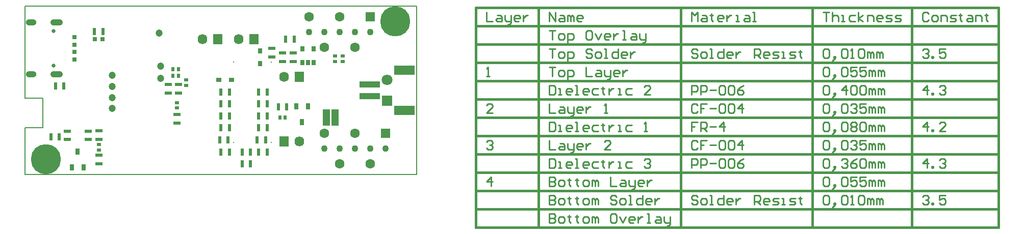
<source format=gbs>
G04*
G04 #@! TF.GenerationSoftware,Altium Limited,Altium Designer,23.10.1 (27)*
G04*
G04 Layer_Color=16776960*
%FSLAX44Y44*%
%MOMM*%
G71*
G04*
G04 #@! TF.SameCoordinates,12E47488-CEE1-414F-AB97-9C1FAA11A261*
G04*
G04*
G04 #@! TF.FilePolarity,Negative*
G04*
G01*
G75*
%ADD10C,0.2540*%
%ADD11C,0.2000*%
%ADD15C,0.3810*%
%ADD23R,0.5000X0.6500*%
%ADD24R,0.6500X0.5000*%
%ADD26R,1.2000X0.5500*%
%ADD27R,0.7000X0.8000*%
%ADD28R,0.5500X1.2000*%
%ADD34R,0.8000X1.0000*%
%ADD40C,0.6500*%
%ADD41O,2.1000X1.0500*%
%ADD42O,1.8000X1.0000*%
%ADD43C,0.3000*%
%ADD44O,1.6000X1.7000*%
%ADD45R,1.6000X1.7000*%
%ADD46C,1.1000*%
%ADD47C,1.6000*%
%ADD48R,1.6000X1.6000*%
%ADD49R,1.8000X1.8000*%
%ADD50C,1.8000*%
%ADD51C,5.0000*%
%ADD58R,3.5000X1.0000*%
%ADD59R,3.4000X1.5000*%
%ADD60R,0.8000X0.7000*%
%ADD61R,0.8000X0.9000*%
%ADD62R,0.9000X0.8000*%
%ADD63C,1.2000*%
%ADD64R,0.6500X0.9500*%
%ADD67R,1.2032X2.7032*%
D10*
X766007Y270185D02*
Y254950D01*
X776164D01*
X783781Y265107D02*
X788860D01*
X791399Y262568D01*
Y254950D01*
X783781D01*
X781242Y257489D01*
X783781Y260028D01*
X791399D01*
X796477Y265107D02*
Y257489D01*
X799016Y254950D01*
X806634D01*
Y252411D01*
X804095Y249872D01*
X801556D01*
X806634Y254950D02*
Y265107D01*
X819330Y254950D02*
X814251D01*
X811712Y257489D01*
Y262568D01*
X814251Y265107D01*
X819330D01*
X821869Y262568D01*
Y260028D01*
X811712D01*
X826947Y265107D02*
Y254950D01*
Y260028D01*
X829487Y262568D01*
X832026Y265107D01*
X834565D01*
X773625Y-19370D02*
Y-4135D01*
X766007Y-11753D01*
X776164D01*
X766007Y54286D02*
X768546Y56825D01*
X773625D01*
X776164Y54286D01*
Y51747D01*
X773625Y49208D01*
X771085D01*
X773625D01*
X776164Y46668D01*
Y44129D01*
X773625Y41590D01*
X768546D01*
X766007Y44129D01*
X776164Y102550D02*
X766007D01*
X776164Y112707D01*
Y115246D01*
X773625Y117785D01*
X768546D01*
X766007Y115246D01*
Y163510D02*
X771085D01*
X768546D01*
Y178745D01*
X766007Y176206D01*
X870125Y254950D02*
Y270185D01*
X880282Y254950D01*
Y270185D01*
X887899Y265107D02*
X892978D01*
X895517Y262568D01*
Y254950D01*
X887899D01*
X885360Y257489D01*
X887899Y260028D01*
X895517D01*
X900595Y254950D02*
Y265107D01*
X903134D01*
X905673Y262568D01*
Y254950D01*
Y262568D01*
X908213Y265107D01*
X910752Y262568D01*
Y254950D01*
X923448D02*
X918369D01*
X915830Y257489D01*
Y262568D01*
X918369Y265107D01*
X923448D01*
X925987Y262568D01*
Y260028D01*
X915830D01*
X870125Y-65095D02*
Y-80330D01*
X877742D01*
X880282Y-77791D01*
Y-75252D01*
X877742Y-72712D01*
X870125D01*
X877742D01*
X880282Y-70173D01*
Y-67634D01*
X877742Y-65095D01*
X870125D01*
X887899Y-80330D02*
X892978D01*
X895517Y-77791D01*
Y-72712D01*
X892978Y-70173D01*
X887899D01*
X885360Y-72712D01*
Y-77791D01*
X887899Y-80330D01*
X903134Y-67634D02*
Y-70173D01*
X900595D01*
X905673D01*
X903134D01*
Y-77791D01*
X905673Y-80330D01*
X915830Y-67634D02*
Y-70173D01*
X913291D01*
X918369D01*
X915830D01*
Y-77791D01*
X918369Y-80330D01*
X928526D02*
X933604D01*
X936143Y-77791D01*
Y-72712D01*
X933604Y-70173D01*
X928526D01*
X925987Y-72712D01*
Y-77791D01*
X928526Y-80330D01*
X941222D02*
Y-70173D01*
X943761D01*
X946300Y-72712D01*
Y-80330D01*
Y-72712D01*
X948839Y-70173D01*
X951379Y-72712D01*
Y-80330D01*
X979310Y-65095D02*
X974231D01*
X971692Y-67634D01*
Y-77791D01*
X974231Y-80330D01*
X979310D01*
X981849Y-77791D01*
Y-67634D01*
X979310Y-65095D01*
X986927Y-70173D02*
X992005Y-80330D01*
X997084Y-70173D01*
X1009780Y-80330D02*
X1004701D01*
X1002162Y-77791D01*
Y-72712D01*
X1004701Y-70173D01*
X1009780D01*
X1012319Y-72712D01*
Y-75252D01*
X1002162D01*
X1017397Y-70173D02*
Y-80330D01*
Y-75252D01*
X1019936Y-72712D01*
X1022476Y-70173D01*
X1025015D01*
X1032632Y-80330D02*
X1037711D01*
X1035172D01*
Y-65095D01*
X1032632D01*
X1047867Y-70173D02*
X1052946D01*
X1055485Y-72712D01*
Y-80330D01*
X1047867D01*
X1045328Y-77791D01*
X1047867Y-75252D01*
X1055485D01*
X1060563Y-70173D02*
Y-77791D01*
X1063102Y-80330D01*
X1070720D01*
Y-82869D01*
X1068181Y-85408D01*
X1065642D01*
X1070720Y-80330D02*
Y-70173D01*
X870125Y-34615D02*
Y-49850D01*
X877742D01*
X880282Y-47311D01*
Y-44772D01*
X877742Y-42232D01*
X870125D01*
X877742D01*
X880282Y-39693D01*
Y-37154D01*
X877742Y-34615D01*
X870125D01*
X887899Y-49850D02*
X892978D01*
X895517Y-47311D01*
Y-42232D01*
X892978Y-39693D01*
X887899D01*
X885360Y-42232D01*
Y-47311D01*
X887899Y-49850D01*
X903134Y-37154D02*
Y-39693D01*
X900595D01*
X905673D01*
X903134D01*
Y-47311D01*
X905673Y-49850D01*
X915830Y-37154D02*
Y-39693D01*
X913291D01*
X918369D01*
X915830D01*
Y-47311D01*
X918369Y-49850D01*
X928526D02*
X933604D01*
X936143Y-47311D01*
Y-42232D01*
X933604Y-39693D01*
X928526D01*
X925987Y-42232D01*
Y-47311D01*
X928526Y-49850D01*
X941222D02*
Y-39693D01*
X943761D01*
X946300Y-42232D01*
Y-49850D01*
Y-42232D01*
X948839Y-39693D01*
X951379Y-42232D01*
Y-49850D01*
X981849Y-37154D02*
X979310Y-34615D01*
X974231D01*
X971692Y-37154D01*
Y-39693D01*
X974231Y-42232D01*
X979310D01*
X981849Y-44772D01*
Y-47311D01*
X979310Y-49850D01*
X974231D01*
X971692Y-47311D01*
X989466Y-49850D02*
X994545D01*
X997084Y-47311D01*
Y-42232D01*
X994545Y-39693D01*
X989466D01*
X986927Y-42232D01*
Y-47311D01*
X989466Y-49850D01*
X1002162D02*
X1007241D01*
X1004701D01*
Y-34615D01*
X1002162D01*
X1025015D02*
Y-49850D01*
X1017397D01*
X1014858Y-47311D01*
Y-42232D01*
X1017397Y-39693D01*
X1025015D01*
X1037711Y-49850D02*
X1032632D01*
X1030093Y-47311D01*
Y-42232D01*
X1032632Y-39693D01*
X1037711D01*
X1040250Y-42232D01*
Y-44772D01*
X1030093D01*
X1045328Y-39693D02*
Y-49850D01*
Y-44772D01*
X1047867Y-42232D01*
X1050407Y-39693D01*
X1052946D01*
X870125Y-4135D02*
Y-19370D01*
X877742D01*
X880282Y-16831D01*
Y-14292D01*
X877742Y-11753D01*
X870125D01*
X877742D01*
X880282Y-9213D01*
Y-6674D01*
X877742Y-4135D01*
X870125D01*
X887899Y-19370D02*
X892978D01*
X895517Y-16831D01*
Y-11753D01*
X892978Y-9213D01*
X887899D01*
X885360Y-11753D01*
Y-16831D01*
X887899Y-19370D01*
X903134Y-6674D02*
Y-9213D01*
X900595D01*
X905673D01*
X903134D01*
Y-16831D01*
X905673Y-19370D01*
X915830Y-6674D02*
Y-9213D01*
X913291D01*
X918369D01*
X915830D01*
Y-16831D01*
X918369Y-19370D01*
X928526D02*
X933604D01*
X936143Y-16831D01*
Y-11753D01*
X933604Y-9213D01*
X928526D01*
X925987Y-11753D01*
Y-16831D01*
X928526Y-19370D01*
X941222D02*
Y-9213D01*
X943761D01*
X946300Y-11753D01*
Y-19370D01*
Y-11753D01*
X948839Y-9213D01*
X951379Y-11753D01*
Y-19370D01*
X971692Y-4135D02*
Y-19370D01*
X981849D01*
X989466Y-9213D02*
X994545D01*
X997084Y-11753D01*
Y-19370D01*
X989466D01*
X986927Y-16831D01*
X989466Y-14292D01*
X997084D01*
X1002162Y-9213D02*
Y-16831D01*
X1004701Y-19370D01*
X1012319D01*
Y-21909D01*
X1009780Y-24448D01*
X1007241D01*
X1012319Y-19370D02*
Y-9213D01*
X1025015Y-19370D02*
X1019936D01*
X1017397Y-16831D01*
Y-11753D01*
X1019936Y-9213D01*
X1025015D01*
X1027554Y-11753D01*
Y-14292D01*
X1017397D01*
X1032632Y-9213D02*
Y-19370D01*
Y-14292D01*
X1035172Y-11753D01*
X1037711Y-9213D01*
X1040250D01*
X870125Y26345D02*
Y11110D01*
X877742D01*
X880282Y13649D01*
Y23806D01*
X877742Y26345D01*
X870125D01*
X885360Y11110D02*
X890438D01*
X887899D01*
Y21267D01*
X885360D01*
X905673Y11110D02*
X900595D01*
X898056Y13649D01*
Y18728D01*
X900595Y21267D01*
X905673D01*
X908213Y18728D01*
Y16188D01*
X898056D01*
X913291Y11110D02*
X918369D01*
X915830D01*
Y26345D01*
X913291D01*
X933604Y11110D02*
X928526D01*
X925987Y13649D01*
Y18728D01*
X928526Y21267D01*
X933604D01*
X936143Y18728D01*
Y16188D01*
X925987D01*
X951379Y21267D02*
X943761D01*
X941222Y18728D01*
Y13649D01*
X943761Y11110D01*
X951379D01*
X958996Y23806D02*
Y21267D01*
X956457D01*
X961535D01*
X958996D01*
Y13649D01*
X961535Y11110D01*
X969153Y21267D02*
Y11110D01*
Y16188D01*
X971692Y18728D01*
X974231Y21267D01*
X976770D01*
X984388Y11110D02*
X989466D01*
X986927D01*
Y21267D01*
X984388D01*
X1007241D02*
X999623D01*
X997084Y18728D01*
Y13649D01*
X999623Y11110D01*
X1007241D01*
X1027554Y23806D02*
X1030093Y26345D01*
X1035172D01*
X1037711Y23806D01*
Y21267D01*
X1035172Y18728D01*
X1032632D01*
X1035172D01*
X1037711Y16188D01*
Y13649D01*
X1035172Y11110D01*
X1030093D01*
X1027554Y13649D01*
X870125Y56825D02*
Y41590D01*
X880282D01*
X887899Y51747D02*
X892978D01*
X895517Y49208D01*
Y41590D01*
X887899D01*
X885360Y44129D01*
X887899Y46668D01*
X895517D01*
X900595Y51747D02*
Y44129D01*
X903134Y41590D01*
X910752D01*
Y39051D01*
X908213Y36512D01*
X905673D01*
X910752Y41590D02*
Y51747D01*
X923448Y41590D02*
X918369D01*
X915830Y44129D01*
Y49208D01*
X918369Y51747D01*
X923448D01*
X925987Y49208D01*
Y46668D01*
X915830D01*
X931065Y51747D02*
Y41590D01*
Y46668D01*
X933604Y49208D01*
X936143Y51747D01*
X938683D01*
X971692Y41590D02*
X961535D01*
X971692Y51747D01*
Y54286D01*
X969153Y56825D01*
X964074D01*
X961535Y54286D01*
X870125Y87305D02*
Y72070D01*
X877742D01*
X880282Y74609D01*
Y84766D01*
X877742Y87305D01*
X870125D01*
X885360Y72070D02*
X890438D01*
X887899D01*
Y82227D01*
X885360D01*
X905673Y72070D02*
X900595D01*
X898056Y74609D01*
Y79688D01*
X900595Y82227D01*
X905673D01*
X908213Y79688D01*
Y77148D01*
X898056D01*
X913291Y72070D02*
X918369D01*
X915830D01*
Y87305D01*
X913291D01*
X933604Y72070D02*
X928526D01*
X925987Y74609D01*
Y79688D01*
X928526Y82227D01*
X933604D01*
X936143Y79688D01*
Y77148D01*
X925987D01*
X951379Y82227D02*
X943761D01*
X941222Y79688D01*
Y74609D01*
X943761Y72070D01*
X951379D01*
X958996Y84766D02*
Y82227D01*
X956457D01*
X961535D01*
X958996D01*
Y74609D01*
X961535Y72070D01*
X969153Y82227D02*
Y72070D01*
Y77148D01*
X971692Y79688D01*
X974231Y82227D01*
X976770D01*
X984388Y72070D02*
X989466D01*
X986927D01*
Y82227D01*
X984388D01*
X1007241D02*
X999623D01*
X997084Y79688D01*
Y74609D01*
X999623Y72070D01*
X1007241D01*
X1027554D02*
X1032632D01*
X1030093D01*
Y87305D01*
X1027554Y84766D01*
X870125Y117785D02*
Y102550D01*
X880282D01*
X887899Y112707D02*
X892978D01*
X895517Y110168D01*
Y102550D01*
X887899D01*
X885360Y105089D01*
X887899Y107628D01*
X895517D01*
X900595Y112707D02*
Y105089D01*
X903134Y102550D01*
X910752D01*
Y100011D01*
X908213Y97472D01*
X905673D01*
X910752Y102550D02*
Y112707D01*
X923448Y102550D02*
X918369D01*
X915830Y105089D01*
Y110168D01*
X918369Y112707D01*
X923448D01*
X925987Y110168D01*
Y107628D01*
X915830D01*
X931065Y112707D02*
Y102550D01*
Y107628D01*
X933604Y110168D01*
X936143Y112707D01*
X938683D01*
X961535Y102550D02*
X966614D01*
X964074D01*
Y117785D01*
X961535Y115246D01*
X870125Y148265D02*
Y133030D01*
X877742D01*
X880282Y135569D01*
Y145726D01*
X877742Y148265D01*
X870125D01*
X885360Y133030D02*
X890438D01*
X887899D01*
Y143187D01*
X885360D01*
X905673Y133030D02*
X900595D01*
X898056Y135569D01*
Y140647D01*
X900595Y143187D01*
X905673D01*
X908213Y140647D01*
Y138108D01*
X898056D01*
X913291Y133030D02*
X918369D01*
X915830D01*
Y148265D01*
X913291D01*
X933604Y133030D02*
X928526D01*
X925987Y135569D01*
Y140647D01*
X928526Y143187D01*
X933604D01*
X936143Y140647D01*
Y138108D01*
X925987D01*
X951379Y143187D02*
X943761D01*
X941222Y140647D01*
Y135569D01*
X943761Y133030D01*
X951379D01*
X958996Y145726D02*
Y143187D01*
X956457D01*
X961535D01*
X958996D01*
Y135569D01*
X961535Y133030D01*
X969153Y143187D02*
Y133030D01*
Y138108D01*
X971692Y140647D01*
X974231Y143187D01*
X976770D01*
X984388Y133030D02*
X989466D01*
X986927D01*
Y143187D01*
X984388D01*
X1007241D02*
X999623D01*
X997084Y140647D01*
Y135569D01*
X999623Y133030D01*
X1007241D01*
X1037711D02*
X1027554D01*
X1037711Y143187D01*
Y145726D01*
X1035172Y148265D01*
X1030093D01*
X1027554Y145726D01*
X870125Y178745D02*
X880282D01*
X875203D01*
Y163510D01*
X887899D02*
X892978D01*
X895517Y166049D01*
Y171127D01*
X892978Y173667D01*
X887899D01*
X885360Y171127D01*
Y166049D01*
X887899Y163510D01*
X900595Y158432D02*
Y173667D01*
X908213D01*
X910752Y171127D01*
Y166049D01*
X908213Y163510D01*
X900595D01*
X931065Y178745D02*
Y163510D01*
X941222D01*
X948839Y173667D02*
X953918D01*
X956457Y171127D01*
Y163510D01*
X948839D01*
X946300Y166049D01*
X948839Y168588D01*
X956457D01*
X961535Y173667D02*
Y166049D01*
X964074Y163510D01*
X971692D01*
Y160971D01*
X969153Y158432D01*
X966614D01*
X971692Y163510D02*
Y173667D01*
X984388Y163510D02*
X979310D01*
X976770Y166049D01*
Y171127D01*
X979310Y173667D01*
X984388D01*
X986927Y171127D01*
Y168588D01*
X976770D01*
X992005Y173667D02*
Y163510D01*
Y168588D01*
X994545Y171127D01*
X997084Y173667D01*
X999623D01*
X870125Y209225D02*
X880282D01*
X875203D01*
Y193990D01*
X887899D02*
X892978D01*
X895517Y196529D01*
Y201607D01*
X892978Y204147D01*
X887899D01*
X885360Y201607D01*
Y196529D01*
X887899Y193990D01*
X900595Y188912D02*
Y204147D01*
X908213D01*
X910752Y201607D01*
Y196529D01*
X908213Y193990D01*
X900595D01*
X941222Y206686D02*
X938683Y209225D01*
X933604D01*
X931065Y206686D01*
Y204147D01*
X933604Y201607D01*
X938683D01*
X941222Y199068D01*
Y196529D01*
X938683Y193990D01*
X933604D01*
X931065Y196529D01*
X948839Y193990D02*
X953918D01*
X956457Y196529D01*
Y201607D01*
X953918Y204147D01*
X948839D01*
X946300Y201607D01*
Y196529D01*
X948839Y193990D01*
X961535D02*
X966614D01*
X964074D01*
Y209225D01*
X961535D01*
X984388D02*
Y193990D01*
X976770D01*
X974231Y196529D01*
Y201607D01*
X976770Y204147D01*
X984388D01*
X997084Y193990D02*
X992005D01*
X989466Y196529D01*
Y201607D01*
X992005Y204147D01*
X997084D01*
X999623Y201607D01*
Y199068D01*
X989466D01*
X1004701Y204147D02*
Y193990D01*
Y199068D01*
X1007241Y201607D01*
X1009780Y204147D01*
X1012319D01*
X870125Y239705D02*
X880282D01*
X875203D01*
Y224470D01*
X887899D02*
X892978D01*
X895517Y227009D01*
Y232087D01*
X892978Y234627D01*
X887899D01*
X885360Y232087D01*
Y227009D01*
X887899Y224470D01*
X900595Y219392D02*
Y234627D01*
X908213D01*
X910752Y232087D01*
Y227009D01*
X908213Y224470D01*
X900595D01*
X938683Y239705D02*
X933604D01*
X931065Y237166D01*
Y227009D01*
X933604Y224470D01*
X938683D01*
X941222Y227009D01*
Y237166D01*
X938683Y239705D01*
X946300Y234627D02*
X951379Y224470D01*
X956457Y234627D01*
X969153Y224470D02*
X964074D01*
X961535Y227009D01*
Y232087D01*
X964074Y234627D01*
X969153D01*
X971692Y232087D01*
Y229548D01*
X961535D01*
X976770Y234627D02*
Y224470D01*
Y229548D01*
X979310Y232087D01*
X981849Y234627D01*
X984388D01*
X992005Y224470D02*
X997084D01*
X994545D01*
Y239705D01*
X992005D01*
X1007241Y234627D02*
X1012319D01*
X1014858Y232087D01*
Y224470D01*
X1007241D01*
X1004701Y227009D01*
X1007241Y229548D01*
X1014858D01*
X1019936Y234627D02*
Y227009D01*
X1022476Y224470D01*
X1030093D01*
Y221931D01*
X1027554Y219392D01*
X1025015D01*
X1030093Y224470D02*
Y234627D01*
X1106280Y254950D02*
Y270185D01*
X1111358Y265107D01*
X1116437Y270185D01*
Y254950D01*
X1124054Y265107D02*
X1129133D01*
X1131672Y262568D01*
Y254950D01*
X1124054D01*
X1121515Y257489D01*
X1124054Y260028D01*
X1131672D01*
X1139289Y267646D02*
Y265107D01*
X1136750D01*
X1141829D01*
X1139289D01*
Y257489D01*
X1141829Y254950D01*
X1157064D02*
X1151985D01*
X1149446Y257489D01*
Y262568D01*
X1151985Y265107D01*
X1157064D01*
X1159603Y262568D01*
Y260028D01*
X1149446D01*
X1164681Y265107D02*
Y254950D01*
Y260028D01*
X1167220Y262568D01*
X1169760Y265107D01*
X1172299D01*
X1179916Y254950D02*
X1184995D01*
X1182455D01*
Y265107D01*
X1179916D01*
X1195151D02*
X1200230D01*
X1202769Y262568D01*
Y254950D01*
X1195151D01*
X1192612Y257489D01*
X1195151Y260028D01*
X1202769D01*
X1207847Y254950D02*
X1212925D01*
X1210386D01*
Y270185D01*
X1207847D01*
X1116437Y-37154D02*
X1113897Y-34615D01*
X1108819D01*
X1106280Y-37154D01*
Y-39693D01*
X1108819Y-42232D01*
X1113897D01*
X1116437Y-44772D01*
Y-47311D01*
X1113897Y-49850D01*
X1108819D01*
X1106280Y-47311D01*
X1124054Y-49850D02*
X1129133D01*
X1131672Y-47311D01*
Y-42232D01*
X1129133Y-39693D01*
X1124054D01*
X1121515Y-42232D01*
Y-47311D01*
X1124054Y-49850D01*
X1136750D02*
X1141829D01*
X1139289D01*
Y-34615D01*
X1136750D01*
X1159603D02*
Y-49850D01*
X1151985D01*
X1149446Y-47311D01*
Y-42232D01*
X1151985Y-39693D01*
X1159603D01*
X1172299Y-49850D02*
X1167220D01*
X1164681Y-47311D01*
Y-42232D01*
X1167220Y-39693D01*
X1172299D01*
X1174838Y-42232D01*
Y-44772D01*
X1164681D01*
X1179916Y-39693D02*
Y-49850D01*
Y-44772D01*
X1182455Y-42232D01*
X1184995Y-39693D01*
X1187534D01*
X1210386Y-49850D02*
Y-34615D01*
X1218004D01*
X1220543Y-37154D01*
Y-42232D01*
X1218004Y-44772D01*
X1210386D01*
X1215465D02*
X1220543Y-49850D01*
X1233239D02*
X1228161D01*
X1225621Y-47311D01*
Y-42232D01*
X1228161Y-39693D01*
X1233239D01*
X1235778Y-42232D01*
Y-44772D01*
X1225621D01*
X1240856Y-49850D02*
X1248474D01*
X1251013Y-47311D01*
X1248474Y-44772D01*
X1243396D01*
X1240856Y-42232D01*
X1243396Y-39693D01*
X1251013D01*
X1256092Y-49850D02*
X1261170D01*
X1258631D01*
Y-39693D01*
X1256092D01*
X1268787Y-49850D02*
X1276405D01*
X1278944Y-47311D01*
X1276405Y-44772D01*
X1271327D01*
X1268787Y-42232D01*
X1271327Y-39693D01*
X1278944D01*
X1286562Y-37154D02*
Y-39693D01*
X1284023D01*
X1289101D01*
X1286562D01*
Y-47311D01*
X1289101Y-49850D01*
X1106280Y11110D02*
Y26345D01*
X1113897D01*
X1116437Y23806D01*
Y18728D01*
X1113897Y16188D01*
X1106280D01*
X1121515Y11110D02*
Y26345D01*
X1129133D01*
X1131672Y23806D01*
Y18728D01*
X1129133Y16188D01*
X1121515D01*
X1136750Y18728D02*
X1146907D01*
X1151985Y23806D02*
X1154524Y26345D01*
X1159603D01*
X1162142Y23806D01*
Y13649D01*
X1159603Y11110D01*
X1154524D01*
X1151985Y13649D01*
Y23806D01*
X1167220D02*
X1169760Y26345D01*
X1174838D01*
X1177377Y23806D01*
Y13649D01*
X1174838Y11110D01*
X1169760D01*
X1167220Y13649D01*
Y23806D01*
X1192612Y26345D02*
X1187534Y23806D01*
X1182455Y18728D01*
Y13649D01*
X1184995Y11110D01*
X1190073D01*
X1192612Y13649D01*
Y16188D01*
X1190073Y18728D01*
X1182455D01*
X1116437Y54286D02*
X1113897Y56825D01*
X1108819D01*
X1106280Y54286D01*
Y44129D01*
X1108819Y41590D01*
X1113897D01*
X1116437Y44129D01*
X1131672Y56825D02*
X1121515D01*
Y49208D01*
X1126593D01*
X1121515D01*
Y41590D01*
X1136750Y49208D02*
X1146907D01*
X1151985Y54286D02*
X1154524Y56825D01*
X1159603D01*
X1162142Y54286D01*
Y44129D01*
X1159603Y41590D01*
X1154524D01*
X1151985Y44129D01*
Y54286D01*
X1167220D02*
X1169760Y56825D01*
X1174838D01*
X1177377Y54286D01*
Y44129D01*
X1174838Y41590D01*
X1169760D01*
X1167220Y44129D01*
Y54286D01*
X1190073Y41590D02*
Y56825D01*
X1182455Y49208D01*
X1192612D01*
X1116437Y87305D02*
X1106280D01*
Y79688D01*
X1111358D01*
X1106280D01*
Y72070D01*
X1121515D02*
Y87305D01*
X1129133D01*
X1131672Y84766D01*
Y79688D01*
X1129133Y77148D01*
X1121515D01*
X1126593D02*
X1131672Y72070D01*
X1136750Y79688D02*
X1146907D01*
X1159603Y72070D02*
Y87305D01*
X1151985Y79688D01*
X1162142D01*
X1116437Y115246D02*
X1113897Y117785D01*
X1108819D01*
X1106280Y115246D01*
Y105089D01*
X1108819Y102550D01*
X1113897D01*
X1116437Y105089D01*
X1131672Y117785D02*
X1121515D01*
Y110168D01*
X1126593D01*
X1121515D01*
Y102550D01*
X1136750Y110168D02*
X1146907D01*
X1151985Y115246D02*
X1154524Y117785D01*
X1159603D01*
X1162142Y115246D01*
Y105089D01*
X1159603Y102550D01*
X1154524D01*
X1151985Y105089D01*
Y115246D01*
X1167220D02*
X1169760Y117785D01*
X1174838D01*
X1177377Y115246D01*
Y105089D01*
X1174838Y102550D01*
X1169760D01*
X1167220Y105089D01*
Y115246D01*
X1190073Y102550D02*
Y117785D01*
X1182455Y110168D01*
X1192612D01*
X1106280Y133030D02*
Y148265D01*
X1113897D01*
X1116437Y145726D01*
Y140647D01*
X1113897Y138108D01*
X1106280D01*
X1121515Y133030D02*
Y148265D01*
X1129133D01*
X1131672Y145726D01*
Y140647D01*
X1129133Y138108D01*
X1121515D01*
X1136750Y140647D02*
X1146907D01*
X1151985Y145726D02*
X1154524Y148265D01*
X1159603D01*
X1162142Y145726D01*
Y135569D01*
X1159603Y133030D01*
X1154524D01*
X1151985Y135569D01*
Y145726D01*
X1167220D02*
X1169760Y148265D01*
X1174838D01*
X1177377Y145726D01*
Y135569D01*
X1174838Y133030D01*
X1169760D01*
X1167220Y135569D01*
Y145726D01*
X1192612Y148265D02*
X1187534Y145726D01*
X1182455Y140647D01*
Y135569D01*
X1184995Y133030D01*
X1190073D01*
X1192612Y135569D01*
Y138108D01*
X1190073Y140647D01*
X1182455D01*
X1116437Y206686D02*
X1113897Y209225D01*
X1108819D01*
X1106280Y206686D01*
Y204147D01*
X1108819Y201607D01*
X1113897D01*
X1116437Y199068D01*
Y196529D01*
X1113897Y193990D01*
X1108819D01*
X1106280Y196529D01*
X1124054Y193990D02*
X1129133D01*
X1131672Y196529D01*
Y201607D01*
X1129133Y204147D01*
X1124054D01*
X1121515Y201607D01*
Y196529D01*
X1124054Y193990D01*
X1136750D02*
X1141829D01*
X1139289D01*
Y209225D01*
X1136750D01*
X1159603D02*
Y193990D01*
X1151985D01*
X1149446Y196529D01*
Y201607D01*
X1151985Y204147D01*
X1159603D01*
X1172299Y193990D02*
X1167220D01*
X1164681Y196529D01*
Y201607D01*
X1167220Y204147D01*
X1172299D01*
X1174838Y201607D01*
Y199068D01*
X1164681D01*
X1179916Y204147D02*
Y193990D01*
Y199068D01*
X1182455Y201607D01*
X1184995Y204147D01*
X1187534D01*
X1210386Y193990D02*
Y209225D01*
X1218004D01*
X1220543Y206686D01*
Y201607D01*
X1218004Y199068D01*
X1210386D01*
X1215465D02*
X1220543Y193990D01*
X1233239D02*
X1228161D01*
X1225621Y196529D01*
Y201607D01*
X1228161Y204147D01*
X1233239D01*
X1235778Y201607D01*
Y199068D01*
X1225621D01*
X1240856Y193990D02*
X1248474D01*
X1251013Y196529D01*
X1248474Y199068D01*
X1243396D01*
X1240856Y201607D01*
X1243396Y204147D01*
X1251013D01*
X1256092Y193990D02*
X1261170D01*
X1258631D01*
Y204147D01*
X1256092D01*
X1268787Y193990D02*
X1276405D01*
X1278944Y196529D01*
X1276405Y199068D01*
X1271327D01*
X1268787Y201607D01*
X1271327Y204147D01*
X1278944D01*
X1286562Y206686D02*
Y204147D01*
X1284023D01*
X1289101D01*
X1286562D01*
Y196529D01*
X1289101Y193990D01*
X1324661Y270185D02*
X1334818D01*
X1329739D01*
Y254950D01*
X1339896Y270185D02*
Y254950D01*
Y262568D01*
X1342435Y265107D01*
X1347513D01*
X1350053Y262568D01*
Y254950D01*
X1355131D02*
X1360209D01*
X1357670D01*
Y265107D01*
X1355131D01*
X1377984D02*
X1370366D01*
X1367827Y262568D01*
Y257489D01*
X1370366Y254950D01*
X1377984D01*
X1383062D02*
Y270185D01*
Y260028D02*
X1390679Y265107D01*
X1383062Y260028D02*
X1390679Y254950D01*
X1398297D02*
Y265107D01*
X1405915D01*
X1408454Y262568D01*
Y254950D01*
X1421150D02*
X1416071D01*
X1413532Y257489D01*
Y262568D01*
X1416071Y265107D01*
X1421150D01*
X1423689Y262568D01*
Y260028D01*
X1413532D01*
X1428767Y254950D02*
X1436385D01*
X1438924Y257489D01*
X1436385Y260028D01*
X1431306D01*
X1428767Y262568D01*
X1431306Y265107D01*
X1438924D01*
X1444002Y254950D02*
X1451620D01*
X1454159Y257489D01*
X1451620Y260028D01*
X1446541D01*
X1444002Y262568D01*
X1446541Y265107D01*
X1454159D01*
X1324661Y-37154D02*
X1327200Y-34615D01*
X1332278D01*
X1334818Y-37154D01*
Y-47311D01*
X1332278Y-49850D01*
X1327200D01*
X1324661Y-47311D01*
Y-37154D01*
X1342435Y-52389D02*
X1344974Y-49850D01*
Y-47311D01*
X1342435D01*
Y-49850D01*
X1344974D01*
X1342435Y-52389D01*
X1339896Y-54928D01*
X1355131Y-37154D02*
X1357670Y-34615D01*
X1362749D01*
X1365288Y-37154D01*
Y-47311D01*
X1362749Y-49850D01*
X1357670D01*
X1355131Y-47311D01*
Y-37154D01*
X1370366Y-49850D02*
X1375444D01*
X1372905D01*
Y-34615D01*
X1370366Y-37154D01*
X1383062D02*
X1385601Y-34615D01*
X1390679D01*
X1393219Y-37154D01*
Y-47311D01*
X1390679Y-49850D01*
X1385601D01*
X1383062Y-47311D01*
Y-37154D01*
X1398297Y-49850D02*
Y-39693D01*
X1400836D01*
X1403375Y-42232D01*
Y-49850D01*
Y-42232D01*
X1405915Y-39693D01*
X1408454Y-42232D01*
Y-49850D01*
X1413532D02*
Y-39693D01*
X1416071D01*
X1418610Y-42232D01*
Y-49850D01*
Y-42232D01*
X1421150Y-39693D01*
X1423689Y-42232D01*
Y-49850D01*
X1324661Y-6674D02*
X1327200Y-4135D01*
X1332278D01*
X1334818Y-6674D01*
Y-16831D01*
X1332278Y-19370D01*
X1327200D01*
X1324661Y-16831D01*
Y-6674D01*
X1342435Y-21909D02*
X1344974Y-19370D01*
Y-16831D01*
X1342435D01*
Y-19370D01*
X1344974D01*
X1342435Y-21909D01*
X1339896Y-24448D01*
X1355131Y-6674D02*
X1357670Y-4135D01*
X1362749D01*
X1365288Y-6674D01*
Y-16831D01*
X1362749Y-19370D01*
X1357670D01*
X1355131Y-16831D01*
Y-6674D01*
X1380523Y-4135D02*
X1370366D01*
Y-11753D01*
X1375444Y-9213D01*
X1377984D01*
X1380523Y-11753D01*
Y-16831D01*
X1377984Y-19370D01*
X1372905D01*
X1370366Y-16831D01*
X1395758Y-4135D02*
X1385601D01*
Y-11753D01*
X1390679Y-9213D01*
X1393219D01*
X1395758Y-11753D01*
Y-16831D01*
X1393219Y-19370D01*
X1388140D01*
X1385601Y-16831D01*
X1400836Y-19370D02*
Y-9213D01*
X1403375D01*
X1405915Y-11753D01*
Y-19370D01*
Y-11753D01*
X1408454Y-9213D01*
X1410993Y-11753D01*
Y-19370D01*
X1416071D02*
Y-9213D01*
X1418611D01*
X1421150Y-11753D01*
Y-19370D01*
Y-11753D01*
X1423689Y-9213D01*
X1426228Y-11753D01*
Y-19370D01*
X1324661Y23806D02*
X1327200Y26345D01*
X1332278D01*
X1334818Y23806D01*
Y13649D01*
X1332278Y11110D01*
X1327200D01*
X1324661Y13649D01*
Y23806D01*
X1342435Y8571D02*
X1344974Y11110D01*
Y13649D01*
X1342435D01*
Y11110D01*
X1344974D01*
X1342435Y8571D01*
X1339896Y6032D01*
X1355131Y23806D02*
X1357670Y26345D01*
X1362749D01*
X1365288Y23806D01*
Y21267D01*
X1362749Y18728D01*
X1360209D01*
X1362749D01*
X1365288Y16188D01*
Y13649D01*
X1362749Y11110D01*
X1357670D01*
X1355131Y13649D01*
X1380523Y26345D02*
X1375444Y23806D01*
X1370366Y18728D01*
Y13649D01*
X1372905Y11110D01*
X1377984D01*
X1380523Y13649D01*
Y16188D01*
X1377984Y18728D01*
X1370366D01*
X1385601Y23806D02*
X1388140Y26345D01*
X1393219D01*
X1395758Y23806D01*
Y13649D01*
X1393219Y11110D01*
X1388140D01*
X1385601Y13649D01*
Y23806D01*
X1400836Y11110D02*
Y21267D01*
X1403375D01*
X1405915Y18728D01*
Y11110D01*
Y18728D01*
X1408454Y21267D01*
X1410993Y18728D01*
Y11110D01*
X1416071D02*
Y21267D01*
X1418611D01*
X1421150Y18728D01*
Y11110D01*
Y18728D01*
X1423689Y21267D01*
X1426228Y18728D01*
Y11110D01*
X1324661Y54286D02*
X1327200Y56825D01*
X1332278D01*
X1334818Y54286D01*
Y44129D01*
X1332278Y41590D01*
X1327200D01*
X1324661Y44129D01*
Y54286D01*
X1342435Y39051D02*
X1344974Y41590D01*
Y44129D01*
X1342435D01*
Y41590D01*
X1344974D01*
X1342435Y39051D01*
X1339896Y36512D01*
X1355131Y54286D02*
X1357670Y56825D01*
X1362749D01*
X1365288Y54286D01*
Y44129D01*
X1362749Y41590D01*
X1357670D01*
X1355131Y44129D01*
Y54286D01*
X1370366D02*
X1372905Y56825D01*
X1377984D01*
X1380523Y54286D01*
Y51747D01*
X1377984Y49208D01*
X1375444D01*
X1377984D01*
X1380523Y46668D01*
Y44129D01*
X1377984Y41590D01*
X1372905D01*
X1370366Y44129D01*
X1395758Y56825D02*
X1385601D01*
Y49208D01*
X1390679Y51747D01*
X1393219D01*
X1395758Y49208D01*
Y44129D01*
X1393219Y41590D01*
X1388140D01*
X1385601Y44129D01*
X1400836Y41590D02*
Y51747D01*
X1403375D01*
X1405915Y49208D01*
Y41590D01*
Y49208D01*
X1408454Y51747D01*
X1410993Y49208D01*
Y41590D01*
X1416071D02*
Y51747D01*
X1418611D01*
X1421150Y49208D01*
Y41590D01*
Y49208D01*
X1423689Y51747D01*
X1426228Y49208D01*
Y41590D01*
X1324661Y84766D02*
X1327200Y87305D01*
X1332278D01*
X1334818Y84766D01*
Y74609D01*
X1332278Y72070D01*
X1327200D01*
X1324661Y74609D01*
Y84766D01*
X1342435Y69531D02*
X1344974Y72070D01*
Y74609D01*
X1342435D01*
Y72070D01*
X1344974D01*
X1342435Y69531D01*
X1339896Y66992D01*
X1355131Y84766D02*
X1357670Y87305D01*
X1362749D01*
X1365288Y84766D01*
Y74609D01*
X1362749Y72070D01*
X1357670D01*
X1355131Y74609D01*
Y84766D01*
X1370366D02*
X1372905Y87305D01*
X1377984D01*
X1380523Y84766D01*
Y82227D01*
X1377984Y79688D01*
X1380523Y77148D01*
Y74609D01*
X1377984Y72070D01*
X1372905D01*
X1370366Y74609D01*
Y77148D01*
X1372905Y79688D01*
X1370366Y82227D01*
Y84766D01*
X1372905Y79688D02*
X1377984D01*
X1385601Y84766D02*
X1388140Y87305D01*
X1393219D01*
X1395758Y84766D01*
Y74609D01*
X1393219Y72070D01*
X1388140D01*
X1385601Y74609D01*
Y84766D01*
X1400836Y72070D02*
Y82227D01*
X1403375D01*
X1405915Y79688D01*
Y72070D01*
Y79688D01*
X1408454Y82227D01*
X1410993Y79688D01*
Y72070D01*
X1416071D02*
Y82227D01*
X1418611D01*
X1421150Y79688D01*
Y72070D01*
Y79688D01*
X1423689Y82227D01*
X1426228Y79688D01*
Y72070D01*
X1324661Y115246D02*
X1327200Y117785D01*
X1332278D01*
X1334818Y115246D01*
Y105089D01*
X1332278Y102550D01*
X1327200D01*
X1324661Y105089D01*
Y115246D01*
X1342435Y100011D02*
X1344974Y102550D01*
Y105089D01*
X1342435D01*
Y102550D01*
X1344974D01*
X1342435Y100011D01*
X1339896Y97472D01*
X1355131Y115246D02*
X1357670Y117785D01*
X1362749D01*
X1365288Y115246D01*
Y105089D01*
X1362749Y102550D01*
X1357670D01*
X1355131Y105089D01*
Y115246D01*
X1370366D02*
X1372905Y117785D01*
X1377984D01*
X1380523Y115246D01*
Y112707D01*
X1377984Y110168D01*
X1375444D01*
X1377984D01*
X1380523Y107628D01*
Y105089D01*
X1377984Y102550D01*
X1372905D01*
X1370366Y105089D01*
X1395758Y117785D02*
X1385601D01*
Y110168D01*
X1390679Y112707D01*
X1393219D01*
X1395758Y110168D01*
Y105089D01*
X1393219Y102550D01*
X1388140D01*
X1385601Y105089D01*
X1400836Y102550D02*
Y112707D01*
X1403375D01*
X1405915Y110168D01*
Y102550D01*
Y110168D01*
X1408454Y112707D01*
X1410993Y110168D01*
Y102550D01*
X1416071D02*
Y112707D01*
X1418611D01*
X1421150Y110168D01*
Y102550D01*
Y110168D01*
X1423689Y112707D01*
X1426228Y110168D01*
Y102550D01*
X1324661Y145726D02*
X1327200Y148265D01*
X1332278D01*
X1334818Y145726D01*
Y135569D01*
X1332278Y133030D01*
X1327200D01*
X1324661Y135569D01*
Y145726D01*
X1342435Y130491D02*
X1344974Y133030D01*
Y135569D01*
X1342435D01*
Y133030D01*
X1344974D01*
X1342435Y130491D01*
X1339896Y127952D01*
X1362749Y133030D02*
Y148265D01*
X1355131Y140647D01*
X1365288D01*
X1370366Y145726D02*
X1372905Y148265D01*
X1377984D01*
X1380523Y145726D01*
Y135569D01*
X1377984Y133030D01*
X1372905D01*
X1370366Y135569D01*
Y145726D01*
X1385601D02*
X1388140Y148265D01*
X1393219D01*
X1395758Y145726D01*
Y135569D01*
X1393219Y133030D01*
X1388140D01*
X1385601Y135569D01*
Y145726D01*
X1400836Y133030D02*
Y143187D01*
X1403375D01*
X1405915Y140647D01*
Y133030D01*
Y140647D01*
X1408454Y143187D01*
X1410993Y140647D01*
Y133030D01*
X1416071D02*
Y143187D01*
X1418611D01*
X1421150Y140647D01*
Y133030D01*
Y140647D01*
X1423689Y143187D01*
X1426228Y140647D01*
Y133030D01*
X1324661Y176206D02*
X1327200Y178745D01*
X1332278D01*
X1334818Y176206D01*
Y166049D01*
X1332278Y163510D01*
X1327200D01*
X1324661Y166049D01*
Y176206D01*
X1342435Y160971D02*
X1344974Y163510D01*
Y166049D01*
X1342435D01*
Y163510D01*
X1344974D01*
X1342435Y160971D01*
X1339896Y158432D01*
X1355131Y176206D02*
X1357670Y178745D01*
X1362749D01*
X1365288Y176206D01*
Y166049D01*
X1362749Y163510D01*
X1357670D01*
X1355131Y166049D01*
Y176206D01*
X1380523Y178745D02*
X1370366D01*
Y171127D01*
X1375444Y173667D01*
X1377984D01*
X1380523Y171127D01*
Y166049D01*
X1377984Y163510D01*
X1372905D01*
X1370366Y166049D01*
X1395758Y178745D02*
X1385601D01*
Y171127D01*
X1390679Y173667D01*
X1393219D01*
X1395758Y171127D01*
Y166049D01*
X1393219Y163510D01*
X1388140D01*
X1385601Y166049D01*
X1400836Y163510D02*
Y173667D01*
X1403375D01*
X1405915Y171127D01*
Y163510D01*
Y171127D01*
X1408454Y173667D01*
X1410993Y171127D01*
Y163510D01*
X1416071D02*
Y173667D01*
X1418611D01*
X1421150Y171127D01*
Y163510D01*
Y171127D01*
X1423689Y173667D01*
X1426228Y171127D01*
Y163510D01*
X1324661Y206686D02*
X1327200Y209225D01*
X1332278D01*
X1334818Y206686D01*
Y196529D01*
X1332278Y193990D01*
X1327200D01*
X1324661Y196529D01*
Y206686D01*
X1342435Y191451D02*
X1344974Y193990D01*
Y196529D01*
X1342435D01*
Y193990D01*
X1344974D01*
X1342435Y191451D01*
X1339896Y188912D01*
X1355131Y206686D02*
X1357670Y209225D01*
X1362749D01*
X1365288Y206686D01*
Y196529D01*
X1362749Y193990D01*
X1357670D01*
X1355131Y196529D01*
Y206686D01*
X1370366Y193990D02*
X1375444D01*
X1372905D01*
Y209225D01*
X1370366Y206686D01*
X1383062D02*
X1385601Y209225D01*
X1390679D01*
X1393219Y206686D01*
Y196529D01*
X1390679Y193990D01*
X1385601D01*
X1383062Y196529D01*
Y206686D01*
X1398297Y193990D02*
Y204147D01*
X1400836D01*
X1403375Y201607D01*
Y193990D01*
Y201607D01*
X1405915Y204147D01*
X1408454Y201607D01*
Y193990D01*
X1413532D02*
Y204147D01*
X1416071D01*
X1418610Y201607D01*
Y193990D01*
Y201607D01*
X1421150Y204147D01*
X1423689Y201607D01*
Y193990D01*
X1499876Y267646D02*
X1497336Y270185D01*
X1492258D01*
X1489719Y267646D01*
Y257489D01*
X1492258Y254950D01*
X1497336D01*
X1499876Y257489D01*
X1507493Y254950D02*
X1512572D01*
X1515111Y257489D01*
Y262568D01*
X1512572Y265107D01*
X1507493D01*
X1504954Y262568D01*
Y257489D01*
X1507493Y254950D01*
X1520189D02*
Y265107D01*
X1527807D01*
X1530346Y262568D01*
Y254950D01*
X1535424D02*
X1543042D01*
X1545581Y257489D01*
X1543042Y260028D01*
X1537963D01*
X1535424Y262568D01*
X1537963Y265107D01*
X1545581D01*
X1553198Y267646D02*
Y265107D01*
X1550659D01*
X1555738D01*
X1553198D01*
Y257489D01*
X1555738Y254950D01*
X1565894Y265107D02*
X1570973D01*
X1573512Y262568D01*
Y254950D01*
X1565894D01*
X1563355Y257489D01*
X1565894Y260028D01*
X1573512D01*
X1578590Y254950D02*
Y265107D01*
X1586208D01*
X1588747Y262568D01*
Y254950D01*
X1596364Y267646D02*
Y265107D01*
X1593825D01*
X1598904D01*
X1596364D01*
Y257489D01*
X1598904Y254950D01*
X1489719Y-37154D02*
X1492258Y-34615D01*
X1497336D01*
X1499876Y-37154D01*
Y-39693D01*
X1497336Y-42232D01*
X1494797D01*
X1497336D01*
X1499876Y-44772D01*
Y-47311D01*
X1497336Y-49850D01*
X1492258D01*
X1489719Y-47311D01*
X1504954Y-49850D02*
Y-47311D01*
X1507493D01*
Y-49850D01*
X1504954D01*
X1527807Y-34615D02*
X1517650D01*
Y-42232D01*
X1522728Y-39693D01*
X1525267D01*
X1527807Y-42232D01*
Y-47311D01*
X1525267Y-49850D01*
X1520189D01*
X1517650Y-47311D01*
X1497336Y11110D02*
Y26345D01*
X1489719Y18728D01*
X1499876D01*
X1504954Y11110D02*
Y13649D01*
X1507493D01*
Y11110D01*
X1504954D01*
X1517650Y23806D02*
X1520189Y26345D01*
X1525267D01*
X1527807Y23806D01*
Y21267D01*
X1525267Y18728D01*
X1522728D01*
X1525267D01*
X1527807Y16188D01*
Y13649D01*
X1525267Y11110D01*
X1520189D01*
X1517650Y13649D01*
X1497336Y72070D02*
Y87305D01*
X1489719Y79688D01*
X1499876D01*
X1504954Y72070D02*
Y74609D01*
X1507493D01*
Y72070D01*
X1504954D01*
X1527807D02*
X1517650D01*
X1527807Y82227D01*
Y84766D01*
X1525267Y87305D01*
X1520189D01*
X1517650Y84766D01*
X1497336Y133030D02*
Y148265D01*
X1489719Y140647D01*
X1499876D01*
X1504954Y133030D02*
Y135569D01*
X1507493D01*
Y133030D01*
X1504954D01*
X1517650Y145726D02*
X1520189Y148265D01*
X1525267D01*
X1527807Y145726D01*
Y143187D01*
X1525267Y140647D01*
X1522728D01*
X1525267D01*
X1527807Y138108D01*
Y135569D01*
X1525267Y133030D01*
X1520189D01*
X1517650Y135569D01*
X1489719Y206686D02*
X1492258Y209225D01*
X1497336D01*
X1499876Y206686D01*
Y204147D01*
X1497336Y201607D01*
X1494797D01*
X1497336D01*
X1499876Y199068D01*
Y196529D01*
X1497336Y193990D01*
X1492258D01*
X1489719Y196529D01*
X1504954Y193990D02*
Y196529D01*
X1507493D01*
Y193990D01*
X1504954D01*
X1527807Y209225D02*
X1517650D01*
Y201607D01*
X1522728Y204147D01*
X1525267D01*
X1527807Y201607D01*
Y196529D01*
X1525267Y193990D01*
X1520189D01*
X1517650Y196529D01*
D11*
X0Y127250D02*
Y262975D01*
Y280000D01*
Y127250D02*
X30000D01*
Y77750D02*
Y127250D01*
X0Y77750D02*
X30000D01*
X0Y0D02*
Y77750D01*
Y280000D02*
X650000D01*
Y0D02*
Y280000D01*
X0Y0D02*
X650000D01*
D15*
X748227Y247330D02*
X1616684D01*
X748227Y277810D02*
X1616684D01*
X748227Y-87950D02*
Y277810D01*
Y-87950D02*
X852345D01*
X748227Y-57470D02*
X852345D01*
X748227Y-26990D02*
X852345D01*
X748227Y3490D02*
X852345D01*
X748227Y33970D02*
X852345D01*
X748227Y64450D02*
X852345D01*
X748227Y94930D02*
X852345D01*
X748227Y125410D02*
X852345D01*
X748227Y155890D02*
X852345D01*
X748227Y186370D02*
X852345D01*
X748227Y216850D02*
X852345D01*
Y-87950D02*
Y277810D01*
Y-87950D02*
X1088500D01*
X852345Y-57470D02*
X1088500D01*
X852345Y-26990D02*
X1088500D01*
X852345Y3490D02*
X1088500D01*
X852345Y33970D02*
X1088500D01*
X852345Y64450D02*
X1088500D01*
X852345Y94930D02*
X1088500D01*
X852345Y125410D02*
X1088500D01*
X852345Y155890D02*
X1088500D01*
X852345Y186370D02*
X1088500D01*
X852345Y216850D02*
X1088500D01*
Y-87950D02*
Y277810D01*
Y-87950D02*
X1306881D01*
X1088500Y-57470D02*
X1306881D01*
X1088500Y-26990D02*
X1306881D01*
X1088500Y3490D02*
X1306881D01*
X1088500Y33970D02*
X1306881D01*
X1088500Y64450D02*
X1306881D01*
X1088500Y94930D02*
X1306881D01*
X1088500Y125410D02*
X1306881D01*
X1088500Y155890D02*
X1306881D01*
X1088500Y186370D02*
X1306881D01*
X1088500Y216850D02*
X1306881D01*
Y-87950D02*
Y277810D01*
Y-87950D02*
X1471939D01*
X1306881Y-57470D02*
X1471939D01*
X1306881Y-26990D02*
X1471939D01*
X1306881Y3490D02*
X1471939D01*
X1306881Y33970D02*
X1471939D01*
X1306881Y64450D02*
X1471939D01*
X1306881Y94930D02*
X1471939D01*
X1306881Y125410D02*
X1471939D01*
X1306881Y155890D02*
X1471939D01*
X1306881Y186370D02*
X1471939D01*
X1306881Y216850D02*
X1471939D01*
Y-87950D02*
Y277810D01*
Y-87950D02*
X1616684D01*
X1471939Y-57470D02*
X1616684D01*
X1471939Y-26990D02*
X1616684D01*
X1471939Y3490D02*
X1616684D01*
X1471939Y33970D02*
X1616684D01*
X1471939Y64450D02*
X1616684D01*
X1471939Y94930D02*
X1616684D01*
X1471939Y125410D02*
X1616684D01*
X1471939Y155890D02*
X1616684D01*
X1471939Y186370D02*
X1616684D01*
X1471939Y216850D02*
X1616684D01*
Y-87950D02*
Y277810D01*
D23*
X254500Y175500D02*
D03*
X245500D02*
D03*
X254500Y164500D02*
D03*
X245500D02*
D03*
X432000Y95000D02*
D03*
X423000D02*
D03*
D24*
X267500Y157000D02*
D03*
Y148000D02*
D03*
X252500Y110500D02*
D03*
Y119500D02*
D03*
X515000Y188000D02*
D03*
Y197000D02*
D03*
X527500Y188000D02*
D03*
Y197000D02*
D03*
X122500Y40500D02*
D03*
Y49500D02*
D03*
D26*
X255000Y149500D02*
D03*
Y135500D02*
D03*
X123000Y58500D02*
D03*
Y72500D02*
D03*
X70000Y58000D02*
D03*
Y72000D02*
D03*
X427500Y202000D02*
D03*
Y188000D02*
D03*
X252500Y99500D02*
D03*
Y85500D02*
D03*
X410000Y195500D02*
D03*
Y209500D02*
D03*
X122500Y18000D02*
D03*
Y32000D02*
D03*
X237500Y149500D02*
D03*
Y135500D02*
D03*
X105000Y58000D02*
D03*
Y72000D02*
D03*
X445000Y202000D02*
D03*
Y188000D02*
D03*
D27*
X82500Y191250D02*
D03*
Y203750D02*
D03*
Y228750D02*
D03*
Y216250D02*
D03*
D28*
X129500Y237500D02*
D03*
X115500D02*
D03*
X385500Y57500D02*
D03*
X399500D02*
D03*
X402000Y37500D02*
D03*
X388000D02*
D03*
X374500Y17500D02*
D03*
X360500D02*
D03*
X374500Y37500D02*
D03*
X360500D02*
D03*
X434500Y112500D02*
D03*
X420500D02*
D03*
X50500Y147500D02*
D03*
X64500D02*
D03*
X57000Y62500D02*
D03*
X43000D02*
D03*
X325500Y137500D02*
D03*
X339500D02*
D03*
X325500Y117500D02*
D03*
X339500D02*
D03*
X325500Y97500D02*
D03*
X339500D02*
D03*
X325500Y77500D02*
D03*
X339500D02*
D03*
X323000Y57500D02*
D03*
X337000D02*
D03*
X325500Y37500D02*
D03*
X339500D02*
D03*
X402000Y137500D02*
D03*
X388000D02*
D03*
X402000Y117500D02*
D03*
X388000D02*
D03*
X402000Y97500D02*
D03*
X388000D02*
D03*
X402000Y77500D02*
D03*
X388000D02*
D03*
X447000Y225000D02*
D03*
X433000D02*
D03*
D34*
X450500Y113000D02*
D03*
X469500D02*
D03*
X460000Y87000D02*
D03*
X97000Y12000D02*
D03*
X78000D02*
D03*
X87500Y38000D02*
D03*
D40*
X47300Y238900D02*
D03*
Y181100D02*
D03*
D41*
X52300Y166800D02*
D03*
Y253200D02*
D03*
D42*
X10500Y166800D02*
D03*
Y253200D02*
D03*
D43*
X346330Y53248D02*
D03*
Y186748D02*
D03*
X408830Y53248D02*
D03*
Y186748D02*
D03*
D44*
X354800Y225000D02*
D03*
X294800D02*
D03*
X455200Y55000D02*
D03*
X429800Y162500D02*
D03*
D45*
X380200Y225000D02*
D03*
X320200D02*
D03*
X429800Y55000D02*
D03*
X455200Y162500D02*
D03*
D46*
X471500Y237000D02*
D03*
X573100D02*
D03*
X547700D02*
D03*
X522300D02*
D03*
X496900D02*
D03*
Y43000D02*
D03*
X598500D02*
D03*
X573100D02*
D03*
X547700D02*
D03*
X522300D02*
D03*
D47*
X471500Y262400D02*
D03*
X522300D02*
D03*
X496900Y211600D02*
D03*
X547700D02*
D03*
X496900Y68400D02*
D03*
X547700D02*
D03*
X522300Y17600D02*
D03*
X573100D02*
D03*
D48*
Y262400D02*
D03*
X598500Y68400D02*
D03*
D49*
X601000Y122500D02*
D03*
D50*
Y157500D02*
D03*
D51*
X35000Y25000D02*
D03*
X615000Y255000D02*
D03*
D58*
X572500Y130000D02*
D03*
Y150000D02*
D03*
D59*
X630000Y106500D02*
D03*
Y173500D02*
D03*
D60*
X128750Y225000D02*
D03*
X116250D02*
D03*
D61*
X390000Y184500D02*
D03*
Y205500D02*
D03*
D62*
X322000Y157500D02*
D03*
X343000D02*
D03*
D63*
X145000Y110000D02*
D03*
Y127500D02*
D03*
X145000Y146500D02*
D03*
X145000Y165000D02*
D03*
X222500Y235000D02*
D03*
X225000Y160000D02*
D03*
Y180000D02*
D03*
D64*
X479500Y186000D02*
D03*
X470000D02*
D03*
X460500D02*
D03*
X479500Y209000D02*
D03*
X460500D02*
D03*
D67*
X500000Y95000D02*
D03*
X515000D02*
D03*
M02*

</source>
